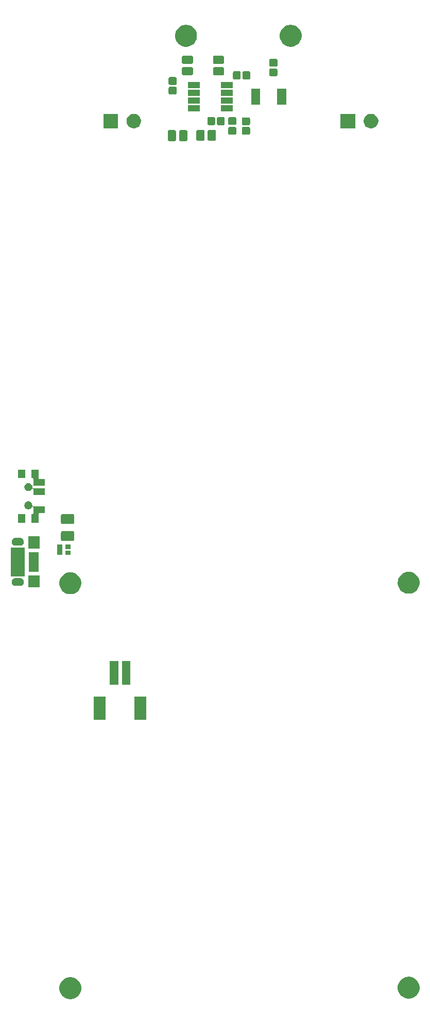
<source format=gbs>
G04 #@! TF.GenerationSoftware,KiCad,Pcbnew,(5.0.2-5)-5*
G04 #@! TF.CreationDate,2019-02-18T15:44:08-08:00*
G04 #@! TF.ProjectId,DC27-badge,44433237-2d62-4616-9467-652e6b696361,rev?*
G04 #@! TF.SameCoordinates,Original*
G04 #@! TF.FileFunction,Soldermask,Bot*
G04 #@! TF.FilePolarity,Negative*
%FSLAX46Y46*%
G04 Gerber Fmt 4.6, Leading zero omitted, Abs format (unit mm)*
G04 Created by KiCad (PCBNEW (5.0.2-5)-5) date Monday, February 18, 2019 at 03:44:08 PM*
%MOMM*%
%LPD*%
G01*
G04 APERTURE LIST*
%ADD10C,0.150000*%
G04 APERTURE END LIST*
D10*
G36*
X77979122Y-200046115D02*
X78095041Y-200069173D01*
X78422620Y-200204861D01*
X78713511Y-200399228D01*
X78717436Y-200401851D01*
X78968149Y-200652564D01*
X78968151Y-200652567D01*
X79111685Y-200867380D01*
X79165140Y-200947382D01*
X79300827Y-201274960D01*
X79370000Y-201622714D01*
X79370000Y-201977286D01*
X79300827Y-202325040D01*
X79165140Y-202652618D01*
X78968149Y-202947436D01*
X78717436Y-203198149D01*
X78717433Y-203198151D01*
X78422620Y-203395139D01*
X78095041Y-203530827D01*
X77979122Y-203553885D01*
X77747286Y-203600000D01*
X77392714Y-203600000D01*
X77160878Y-203553885D01*
X77044959Y-203530827D01*
X76717380Y-203395139D01*
X76422567Y-203198151D01*
X76422564Y-203198149D01*
X76171851Y-202947436D01*
X75974860Y-202652618D01*
X75839173Y-202325040D01*
X75770000Y-201977286D01*
X75770000Y-201622714D01*
X75839173Y-201274960D01*
X75974860Y-200947382D01*
X76028316Y-200867380D01*
X76171849Y-200652567D01*
X76171851Y-200652564D01*
X76422564Y-200401851D01*
X76426489Y-200399228D01*
X76717380Y-200204861D01*
X77044959Y-200069173D01*
X77160878Y-200046115D01*
X77392714Y-200000000D01*
X77747286Y-200000000D01*
X77979122Y-200046115D01*
X77979122Y-200046115D01*
G37*
G36*
X133619122Y-199966115D02*
X133735041Y-199989173D01*
X134062620Y-200124861D01*
X134182347Y-200204860D01*
X134357436Y-200321851D01*
X134608149Y-200572564D01*
X134608151Y-200572567D01*
X134805139Y-200867380D01*
X134940827Y-201194959D01*
X135010000Y-201542716D01*
X135010000Y-201897284D01*
X134940827Y-202245041D01*
X134805139Y-202572620D01*
X134610772Y-202863511D01*
X134608149Y-202867436D01*
X134357436Y-203118149D01*
X134357433Y-203118151D01*
X134062620Y-203315139D01*
X133735041Y-203450827D01*
X133619122Y-203473885D01*
X133387286Y-203520000D01*
X133032714Y-203520000D01*
X132800878Y-203473885D01*
X132684959Y-203450827D01*
X132357380Y-203315139D01*
X132062567Y-203118151D01*
X132062564Y-203118149D01*
X131811851Y-202867436D01*
X131809228Y-202863511D01*
X131614861Y-202572620D01*
X131479173Y-202245041D01*
X131410000Y-201897284D01*
X131410000Y-201542716D01*
X131479173Y-201194959D01*
X131614861Y-200867380D01*
X131811849Y-200572567D01*
X131811851Y-200572564D01*
X132062564Y-200321851D01*
X132237653Y-200204860D01*
X132357380Y-200124861D01*
X132684959Y-199989173D01*
X132800878Y-199966115D01*
X133032714Y-199920000D01*
X133387286Y-199920000D01*
X133619122Y-199966115D01*
X133619122Y-199966115D01*
G37*
G36*
X90050000Y-157700000D02*
X88150000Y-157700000D01*
X88150000Y-153900000D01*
X90050000Y-153900000D01*
X90050000Y-157700000D01*
X90050000Y-157700000D01*
G37*
G36*
X83350000Y-157700000D02*
X81450000Y-157700000D01*
X81450000Y-153900000D01*
X83350000Y-153900000D01*
X83350000Y-157700000D01*
X83350000Y-157700000D01*
G37*
G36*
X87450000Y-152000000D02*
X86050000Y-152000000D01*
X86050000Y-148100000D01*
X87450000Y-148100000D01*
X87450000Y-152000000D01*
X87450000Y-152000000D01*
G37*
G36*
X85450000Y-152000000D02*
X84050000Y-152000000D01*
X84050000Y-148100000D01*
X85450000Y-148100000D01*
X85450000Y-152000000D01*
X85450000Y-152000000D01*
G37*
G36*
X77979122Y-133546115D02*
X78095041Y-133569173D01*
X78422620Y-133704861D01*
X78713511Y-133899228D01*
X78717436Y-133901851D01*
X78968149Y-134152564D01*
X78968151Y-134152567D01*
X79165139Y-134447380D01*
X79285032Y-134736826D01*
X79300827Y-134774960D01*
X79370000Y-135122714D01*
X79370000Y-135477286D01*
X79325202Y-135702497D01*
X79315945Y-135749040D01*
X79300827Y-135825040D01*
X79165140Y-136152618D01*
X78968149Y-136447436D01*
X78717436Y-136698149D01*
X78717433Y-136698151D01*
X78422620Y-136895139D01*
X78095041Y-137030827D01*
X77979122Y-137053885D01*
X77747286Y-137100000D01*
X77392714Y-137100000D01*
X77160878Y-137053885D01*
X77044959Y-137030827D01*
X76717380Y-136895139D01*
X76422567Y-136698151D01*
X76422564Y-136698149D01*
X76171851Y-136447436D01*
X75974860Y-136152618D01*
X75839173Y-135825040D01*
X75824056Y-135749040D01*
X75814798Y-135702497D01*
X75770000Y-135477286D01*
X75770000Y-135122714D01*
X75839173Y-134774960D01*
X75854969Y-134736826D01*
X75974861Y-134447380D01*
X76171849Y-134152567D01*
X76171851Y-134152564D01*
X76422564Y-133901851D01*
X76426489Y-133899228D01*
X76717380Y-133704861D01*
X77044959Y-133569173D01*
X77160878Y-133546115D01*
X77392714Y-133500000D01*
X77747286Y-133500000D01*
X77979122Y-133546115D01*
X77979122Y-133546115D01*
G37*
G36*
X133619122Y-133466115D02*
X133735041Y-133489173D01*
X134062620Y-133624861D01*
X134182347Y-133704860D01*
X134357436Y-133821851D01*
X134608149Y-134072564D01*
X134608151Y-134072567D01*
X134805139Y-134367380D01*
X134917199Y-134637915D01*
X134940827Y-134694960D01*
X134995958Y-134972119D01*
X135010000Y-135042716D01*
X135010000Y-135397284D01*
X134940827Y-135745041D01*
X134805139Y-136072620D01*
X134610772Y-136363511D01*
X134608149Y-136367436D01*
X134357436Y-136618149D01*
X134357433Y-136618151D01*
X134062620Y-136815139D01*
X133735041Y-136950827D01*
X133619122Y-136973885D01*
X133387286Y-137020000D01*
X133032714Y-137020000D01*
X132800878Y-136973885D01*
X132684959Y-136950827D01*
X132357380Y-136815139D01*
X132062567Y-136618151D01*
X132062564Y-136618149D01*
X131811851Y-136367436D01*
X131809228Y-136363511D01*
X131614861Y-136072620D01*
X131479173Y-135745041D01*
X131410000Y-135397284D01*
X131410000Y-135042716D01*
X131424043Y-134972119D01*
X131479173Y-134694960D01*
X131502802Y-134637915D01*
X131614861Y-134367380D01*
X131811849Y-134072567D01*
X131811851Y-134072564D01*
X132062564Y-133821851D01*
X132237653Y-133704860D01*
X132357380Y-133624861D01*
X132684959Y-133489173D01*
X132800878Y-133466115D01*
X133032714Y-133420000D01*
X133387286Y-133420000D01*
X133619122Y-133466115D01*
X133619122Y-133466115D01*
G37*
G36*
X72499770Y-135996690D02*
X70700230Y-135996690D01*
X70700230Y-133999030D01*
X72499770Y-133999030D01*
X72499770Y-135996690D01*
X72499770Y-135996690D01*
G37*
G36*
X69393417Y-134457936D02*
X69407051Y-134459279D01*
X69447865Y-134471660D01*
X69529496Y-134496423D01*
X69642343Y-134556741D01*
X69741255Y-134637915D01*
X69822429Y-134736827D01*
X69882747Y-134849674D01*
X69919891Y-134972120D01*
X69932433Y-135099460D01*
X69922911Y-135196135D01*
X69919891Y-135226801D01*
X69907510Y-135267615D01*
X69882747Y-135349246D01*
X69822429Y-135462093D01*
X69741255Y-135561005D01*
X69642343Y-135642179D01*
X69529496Y-135702497D01*
X69447865Y-135727260D01*
X69407051Y-135739641D01*
X69393417Y-135740984D01*
X69311621Y-135749040D01*
X68549299Y-135749040D01*
X68467503Y-135740984D01*
X68453869Y-135739641D01*
X68413055Y-135727260D01*
X68331424Y-135702497D01*
X68218577Y-135642179D01*
X68119665Y-135561005D01*
X68038491Y-135462093D01*
X67978173Y-135349246D01*
X67953410Y-135267615D01*
X67941029Y-135226801D01*
X67938009Y-135196135D01*
X67928487Y-135099460D01*
X67941029Y-134972120D01*
X67978173Y-134849674D01*
X68038491Y-134736827D01*
X68119665Y-134637915D01*
X68218577Y-134556741D01*
X68331424Y-134496423D01*
X68413055Y-134471660D01*
X68453869Y-134459279D01*
X68467503Y-134457936D01*
X68549299Y-134449880D01*
X69311621Y-134449880D01*
X69393417Y-134457936D01*
X69393417Y-134457936D01*
G37*
G36*
X70075339Y-131723920D02*
X70075341Y-131723940D01*
X70075341Y-134148840D01*
X67775421Y-134148840D01*
X67775421Y-131876080D01*
X67775419Y-131876060D01*
X67775419Y-129451160D01*
X70075339Y-129451160D01*
X70075339Y-131723920D01*
X70075339Y-131723920D01*
G37*
G36*
X72401370Y-133424329D02*
X70798630Y-133424329D01*
X70798630Y-130175670D01*
X72401370Y-130175670D01*
X72401370Y-133424329D01*
X72401370Y-133424329D01*
G37*
G36*
X76235000Y-130660000D02*
X75385000Y-130660000D01*
X75385000Y-128960000D01*
X76235000Y-128960000D01*
X76235000Y-130660000D01*
X76235000Y-130660000D01*
G37*
G36*
X77635000Y-130660000D02*
X76785000Y-130660000D01*
X76785000Y-129960000D01*
X77635000Y-129960000D01*
X77635000Y-130660000D01*
X77635000Y-130660000D01*
G37*
G36*
X77635000Y-129660000D02*
X76785000Y-129660000D01*
X76785000Y-128960000D01*
X77635000Y-128960000D01*
X77635000Y-129660000D01*
X77635000Y-129660000D01*
G37*
G36*
X72499770Y-129600970D02*
X70700230Y-129600970D01*
X70700230Y-127603310D01*
X72499770Y-127603310D01*
X72499770Y-129600970D01*
X72499770Y-129600970D01*
G37*
G36*
X69393417Y-127859016D02*
X69407051Y-127860359D01*
X69447865Y-127872740D01*
X69529496Y-127897503D01*
X69642343Y-127957821D01*
X69741255Y-128038995D01*
X69822429Y-128137907D01*
X69882747Y-128250754D01*
X69906600Y-128329385D01*
X69916019Y-128360434D01*
X69919891Y-128373200D01*
X69932433Y-128500540D01*
X69919891Y-128627880D01*
X69882747Y-128750326D01*
X69822429Y-128863173D01*
X69741255Y-128962085D01*
X69642343Y-129043259D01*
X69529496Y-129103577D01*
X69447865Y-129128340D01*
X69407051Y-129140721D01*
X69393417Y-129142064D01*
X69311621Y-129150120D01*
X68549299Y-129150120D01*
X68467503Y-129142064D01*
X68453869Y-129140721D01*
X68413055Y-129128340D01*
X68331424Y-129103577D01*
X68218577Y-129043259D01*
X68119665Y-128962085D01*
X68038491Y-128863173D01*
X67978173Y-128750326D01*
X67941029Y-128627880D01*
X67928487Y-128500540D01*
X67941029Y-128373200D01*
X67944902Y-128360434D01*
X67954320Y-128329385D01*
X67978173Y-128250754D01*
X68038491Y-128137907D01*
X68119665Y-128038995D01*
X68218577Y-127957821D01*
X68331424Y-127897503D01*
X68413055Y-127872740D01*
X68453869Y-127860359D01*
X68467503Y-127859016D01*
X68549299Y-127850960D01*
X69311621Y-127850960D01*
X69393417Y-127859016D01*
X69393417Y-127859016D01*
G37*
G36*
X77989628Y-126740493D02*
X78037354Y-126754970D01*
X78081336Y-126778479D01*
X78119885Y-126810115D01*
X78151521Y-126848664D01*
X78175030Y-126892646D01*
X78189507Y-126940372D01*
X78195000Y-126996141D01*
X78195000Y-128123859D01*
X78189507Y-128179628D01*
X78175030Y-128227354D01*
X78151521Y-128271336D01*
X78119885Y-128309885D01*
X78081336Y-128341521D01*
X78037354Y-128365030D01*
X77989628Y-128379507D01*
X77933859Y-128385000D01*
X76306141Y-128385000D01*
X76250372Y-128379507D01*
X76202646Y-128365030D01*
X76158664Y-128341521D01*
X76120115Y-128309885D01*
X76088479Y-128271336D01*
X76064970Y-128227354D01*
X76050493Y-128179628D01*
X76045000Y-128123859D01*
X76045000Y-126996141D01*
X76050493Y-126940372D01*
X76064970Y-126892646D01*
X76088479Y-126848664D01*
X76120115Y-126810115D01*
X76158664Y-126778479D01*
X76202646Y-126754970D01*
X76250372Y-126740493D01*
X76306141Y-126735000D01*
X77933859Y-126735000D01*
X77989628Y-126740493D01*
X77989628Y-126740493D01*
G37*
G36*
X77989628Y-123940493D02*
X78037354Y-123954970D01*
X78081336Y-123978479D01*
X78119885Y-124010115D01*
X78151521Y-124048664D01*
X78175030Y-124092646D01*
X78189507Y-124140372D01*
X78195000Y-124196141D01*
X78195000Y-125323859D01*
X78189507Y-125379628D01*
X78175030Y-125427354D01*
X78151521Y-125471336D01*
X78119885Y-125509885D01*
X78081336Y-125541521D01*
X78037354Y-125565030D01*
X77989628Y-125579507D01*
X77933859Y-125585000D01*
X76306141Y-125585000D01*
X76250372Y-125579507D01*
X76202646Y-125565030D01*
X76158664Y-125541521D01*
X76120115Y-125509885D01*
X76088479Y-125471336D01*
X76064970Y-125427354D01*
X76050493Y-125379628D01*
X76045000Y-125323859D01*
X76045000Y-124196141D01*
X76050493Y-124140372D01*
X76064970Y-124092646D01*
X76088479Y-124048664D01*
X76120115Y-124010115D01*
X76158664Y-123978479D01*
X76202646Y-123954970D01*
X76250372Y-123940493D01*
X76306141Y-123935000D01*
X77933859Y-123935000D01*
X77989628Y-123940493D01*
X77989628Y-123940493D01*
G37*
G36*
X70170000Y-125350000D02*
X68970000Y-125350000D01*
X68970000Y-123950000D01*
X70170000Y-123950000D01*
X70170000Y-125350000D01*
X70170000Y-125350000D01*
G37*
G36*
X70817738Y-121866653D02*
X70859598Y-121874979D01*
X70894245Y-121889330D01*
X70977890Y-121923977D01*
X71084354Y-121995114D01*
X71174886Y-122085646D01*
X71246023Y-122192110D01*
X71295021Y-122310403D01*
X71320000Y-122435979D01*
X71320000Y-122575000D01*
X71322402Y-122599386D01*
X71329515Y-122622835D01*
X71341066Y-122644446D01*
X71356612Y-122663388D01*
X71375554Y-122678934D01*
X71397165Y-122690485D01*
X71420614Y-122697598D01*
X71445000Y-122700000D01*
X73380000Y-122700000D01*
X73380000Y-123800000D01*
X72505000Y-123800000D01*
X72480614Y-123802402D01*
X72457165Y-123809515D01*
X72435554Y-123821066D01*
X72416612Y-123836612D01*
X72401066Y-123855554D01*
X72389515Y-123877165D01*
X72382402Y-123900614D01*
X72380000Y-123925000D01*
X72380000Y-125350000D01*
X71180000Y-125350000D01*
X71180000Y-123950000D01*
X71355000Y-123950000D01*
X71379386Y-123947598D01*
X71402835Y-123940485D01*
X71424446Y-123928934D01*
X71443388Y-123913388D01*
X71458934Y-123894446D01*
X71470485Y-123872835D01*
X71477598Y-123849386D01*
X71480000Y-123825000D01*
X71480000Y-122869788D01*
X71477598Y-122845402D01*
X71470485Y-122821953D01*
X71458934Y-122800342D01*
X71443388Y-122781400D01*
X71424446Y-122765854D01*
X71402835Y-122754303D01*
X71379386Y-122747190D01*
X71355000Y-122744788D01*
X71330614Y-122747190D01*
X71307165Y-122754303D01*
X71285554Y-122765854D01*
X71266612Y-122781400D01*
X71251066Y-122800342D01*
X71174886Y-122914354D01*
X71084354Y-123004886D01*
X70977890Y-123076023D01*
X70894245Y-123110670D01*
X70859598Y-123125021D01*
X70817738Y-123133347D01*
X70734021Y-123150000D01*
X70605979Y-123150000D01*
X70522262Y-123133347D01*
X70480402Y-123125021D01*
X70445755Y-123110670D01*
X70362110Y-123076023D01*
X70255646Y-123004886D01*
X70165114Y-122914354D01*
X70093977Y-122807890D01*
X70048293Y-122697598D01*
X70044979Y-122689598D01*
X70020000Y-122564019D01*
X70020000Y-122435981D01*
X70044979Y-122310402D01*
X70059330Y-122275755D01*
X70093977Y-122192110D01*
X70165114Y-122085646D01*
X70255646Y-121995114D01*
X70362110Y-121923977D01*
X70445755Y-121889330D01*
X70480402Y-121874979D01*
X70522262Y-121866653D01*
X70605979Y-121850000D01*
X70734021Y-121850000D01*
X70817738Y-121866653D01*
X70817738Y-121866653D01*
G37*
G36*
X72380000Y-118075000D02*
X72382402Y-118099386D01*
X72389515Y-118122835D01*
X72401066Y-118144446D01*
X72416612Y-118163388D01*
X72435554Y-118178934D01*
X72457165Y-118190485D01*
X72480614Y-118197598D01*
X72505000Y-118200000D01*
X73380000Y-118200000D01*
X73380000Y-119300000D01*
X71445000Y-119300000D01*
X71420614Y-119302402D01*
X71397165Y-119309515D01*
X71375554Y-119321066D01*
X71356612Y-119336612D01*
X71341066Y-119355554D01*
X71329515Y-119377165D01*
X71322402Y-119400614D01*
X71320000Y-119425000D01*
X71320000Y-119575000D01*
X71322402Y-119599386D01*
X71329515Y-119622835D01*
X71341066Y-119644446D01*
X71356612Y-119663388D01*
X71375554Y-119678934D01*
X71397165Y-119690485D01*
X71420614Y-119697598D01*
X71445000Y-119700000D01*
X73380000Y-119700000D01*
X73380000Y-120800000D01*
X71480000Y-120800000D01*
X71480000Y-119869788D01*
X71477598Y-119845402D01*
X71470485Y-119821953D01*
X71458934Y-119800342D01*
X71443388Y-119781400D01*
X71424446Y-119765854D01*
X71402835Y-119754303D01*
X71379386Y-119747190D01*
X71355000Y-119744788D01*
X71330614Y-119747190D01*
X71307165Y-119754303D01*
X71285554Y-119765854D01*
X71266612Y-119781400D01*
X71251066Y-119800342D01*
X71174886Y-119914354D01*
X71084354Y-120004886D01*
X70977890Y-120076023D01*
X70894245Y-120110670D01*
X70859598Y-120125021D01*
X70817738Y-120133347D01*
X70734021Y-120150000D01*
X70605979Y-120150000D01*
X70522262Y-120133347D01*
X70480402Y-120125021D01*
X70445755Y-120110670D01*
X70362110Y-120076023D01*
X70255646Y-120004886D01*
X70165114Y-119914354D01*
X70093977Y-119807890D01*
X70048293Y-119697598D01*
X70044979Y-119689598D01*
X70020000Y-119564019D01*
X70020000Y-119435981D01*
X70044979Y-119310402D01*
X70071781Y-119245697D01*
X70093977Y-119192110D01*
X70165114Y-119085646D01*
X70255646Y-118995114D01*
X70362110Y-118923977D01*
X70445755Y-118889330D01*
X70480402Y-118874979D01*
X70522262Y-118866653D01*
X70605979Y-118850000D01*
X70734021Y-118850000D01*
X70817738Y-118866653D01*
X70859598Y-118874979D01*
X70894245Y-118889330D01*
X70977890Y-118923977D01*
X71084354Y-118995114D01*
X71174886Y-119085646D01*
X71251066Y-119199658D01*
X71266611Y-119218600D01*
X71285553Y-119234145D01*
X71307164Y-119245697D01*
X71330613Y-119252810D01*
X71355000Y-119255212D01*
X71379386Y-119252810D01*
X71402835Y-119245697D01*
X71424446Y-119234146D01*
X71443388Y-119218601D01*
X71458933Y-119199659D01*
X71470485Y-119178048D01*
X71477598Y-119154599D01*
X71480000Y-119130212D01*
X71480000Y-118175000D01*
X71477598Y-118150614D01*
X71470485Y-118127165D01*
X71458934Y-118105554D01*
X71443388Y-118086612D01*
X71424446Y-118071066D01*
X71402835Y-118059515D01*
X71379386Y-118052402D01*
X71355000Y-118050000D01*
X71180000Y-118050000D01*
X71180000Y-116650000D01*
X72380000Y-116650000D01*
X72380000Y-118075000D01*
X72380000Y-118075000D01*
G37*
G36*
X70170000Y-118050000D02*
X68970000Y-118050000D01*
X68970000Y-116650000D01*
X70170000Y-116650000D01*
X70170000Y-118050000D01*
X70170000Y-118050000D01*
G37*
G36*
X94723497Y-60905997D02*
X94776153Y-60921970D01*
X94824665Y-60947900D01*
X94867196Y-60982804D01*
X94902100Y-61025335D01*
X94928030Y-61073847D01*
X94944003Y-61126503D01*
X94950000Y-61187390D01*
X94950000Y-62412610D01*
X94944003Y-62473497D01*
X94928030Y-62526153D01*
X94902100Y-62574665D01*
X94867196Y-62617196D01*
X94824665Y-62652100D01*
X94776153Y-62678030D01*
X94723497Y-62694003D01*
X94662610Y-62700000D01*
X93862390Y-62700000D01*
X93801503Y-62694003D01*
X93748847Y-62678030D01*
X93700335Y-62652100D01*
X93657804Y-62617196D01*
X93622900Y-62574665D01*
X93596970Y-62526153D01*
X93580997Y-62473497D01*
X93575000Y-62412610D01*
X93575000Y-61187390D01*
X93580997Y-61126503D01*
X93596970Y-61073847D01*
X93622900Y-61025335D01*
X93657804Y-60982804D01*
X93700335Y-60947900D01*
X93748847Y-60921970D01*
X93801503Y-60905997D01*
X93862390Y-60900000D01*
X94662610Y-60900000D01*
X94723497Y-60905997D01*
X94723497Y-60905997D01*
G37*
G36*
X96598497Y-60905997D02*
X96651153Y-60921970D01*
X96699665Y-60947900D01*
X96742196Y-60982804D01*
X96777100Y-61025335D01*
X96803030Y-61073847D01*
X96819003Y-61126503D01*
X96825000Y-61187390D01*
X96825000Y-62412610D01*
X96819003Y-62473497D01*
X96803030Y-62526153D01*
X96777100Y-62574665D01*
X96742196Y-62617196D01*
X96699665Y-62652100D01*
X96651153Y-62678030D01*
X96598497Y-62694003D01*
X96537610Y-62700000D01*
X95737390Y-62700000D01*
X95676503Y-62694003D01*
X95623847Y-62678030D01*
X95575335Y-62652100D01*
X95532804Y-62617196D01*
X95497900Y-62574665D01*
X95471970Y-62526153D01*
X95455997Y-62473497D01*
X95450000Y-62412610D01*
X95450000Y-61187390D01*
X95455997Y-61126503D01*
X95471970Y-61073847D01*
X95497900Y-61025335D01*
X95532804Y-60982804D01*
X95575335Y-60947900D01*
X95623847Y-60921970D01*
X95676503Y-60905997D01*
X95737390Y-60900000D01*
X96537610Y-60900000D01*
X96598497Y-60905997D01*
X96598497Y-60905997D01*
G37*
G36*
X101298497Y-60855997D02*
X101351153Y-60871970D01*
X101399665Y-60897900D01*
X101442196Y-60932804D01*
X101477100Y-60975335D01*
X101503030Y-61023847D01*
X101519003Y-61076503D01*
X101525000Y-61137390D01*
X101525000Y-62362610D01*
X101519003Y-62423497D01*
X101503030Y-62476153D01*
X101477100Y-62524665D01*
X101442196Y-62567196D01*
X101399665Y-62602100D01*
X101351153Y-62628030D01*
X101298497Y-62644003D01*
X101237610Y-62650000D01*
X100437390Y-62650000D01*
X100376503Y-62644003D01*
X100323847Y-62628030D01*
X100275335Y-62602100D01*
X100232804Y-62567196D01*
X100197900Y-62524665D01*
X100171970Y-62476153D01*
X100155997Y-62423497D01*
X100150000Y-62362610D01*
X100150000Y-61137390D01*
X100155997Y-61076503D01*
X100171970Y-61023847D01*
X100197900Y-60975335D01*
X100232804Y-60932804D01*
X100275335Y-60897900D01*
X100323847Y-60871970D01*
X100376503Y-60855997D01*
X100437390Y-60850000D01*
X101237610Y-60850000D01*
X101298497Y-60855997D01*
X101298497Y-60855997D01*
G37*
G36*
X99423497Y-60855997D02*
X99476153Y-60871970D01*
X99524665Y-60897900D01*
X99567196Y-60932804D01*
X99602100Y-60975335D01*
X99628030Y-61023847D01*
X99644003Y-61076503D01*
X99650000Y-61137390D01*
X99650000Y-62362610D01*
X99644003Y-62423497D01*
X99628030Y-62476153D01*
X99602100Y-62524665D01*
X99567196Y-62567196D01*
X99524665Y-62602100D01*
X99476153Y-62628030D01*
X99423497Y-62644003D01*
X99362610Y-62650000D01*
X98562390Y-62650000D01*
X98501503Y-62644003D01*
X98448847Y-62628030D01*
X98400335Y-62602100D01*
X98357804Y-62567196D01*
X98322900Y-62524665D01*
X98296970Y-62476153D01*
X98280997Y-62423497D01*
X98275000Y-62362610D01*
X98275000Y-61137390D01*
X98280997Y-61076503D01*
X98296970Y-61023847D01*
X98322900Y-60975335D01*
X98357804Y-60932804D01*
X98400335Y-60897900D01*
X98448847Y-60871970D01*
X98501503Y-60855997D01*
X98562390Y-60850000D01*
X99362610Y-60850000D01*
X99423497Y-60855997D01*
X99423497Y-60855997D01*
G37*
G36*
X106918622Y-60378017D02*
X106966585Y-60392566D01*
X107010775Y-60416186D01*
X107049518Y-60447982D01*
X107081314Y-60486725D01*
X107104934Y-60530915D01*
X107119483Y-60578878D01*
X107125000Y-60634891D01*
X107125000Y-61385109D01*
X107119483Y-61441122D01*
X107104934Y-61489085D01*
X107081314Y-61533275D01*
X107049518Y-61572018D01*
X107010775Y-61603814D01*
X106966585Y-61627434D01*
X106918622Y-61641983D01*
X106862609Y-61647500D01*
X106037391Y-61647500D01*
X105981378Y-61641983D01*
X105933415Y-61627434D01*
X105889225Y-61603814D01*
X105850482Y-61572018D01*
X105818686Y-61533275D01*
X105795066Y-61489085D01*
X105780517Y-61441122D01*
X105775000Y-61385109D01*
X105775000Y-60634891D01*
X105780517Y-60578878D01*
X105795066Y-60530915D01*
X105818686Y-60486725D01*
X105850482Y-60447982D01*
X105889225Y-60416186D01*
X105933415Y-60392566D01*
X105981378Y-60378017D01*
X106037391Y-60372500D01*
X106862609Y-60372500D01*
X106918622Y-60378017D01*
X106918622Y-60378017D01*
G37*
G36*
X104668622Y-60368017D02*
X104716585Y-60382566D01*
X104760775Y-60406186D01*
X104799518Y-60437982D01*
X104831314Y-60476725D01*
X104854934Y-60520915D01*
X104869483Y-60568878D01*
X104875000Y-60624891D01*
X104875000Y-61375109D01*
X104869483Y-61431122D01*
X104854934Y-61479085D01*
X104831314Y-61523275D01*
X104799518Y-61562018D01*
X104760775Y-61593814D01*
X104716585Y-61617434D01*
X104668622Y-61631983D01*
X104612609Y-61637500D01*
X103787391Y-61637500D01*
X103731378Y-61631983D01*
X103683415Y-61617434D01*
X103639225Y-61593814D01*
X103600482Y-61562018D01*
X103568686Y-61523275D01*
X103545066Y-61479085D01*
X103530517Y-61431122D01*
X103525000Y-61375109D01*
X103525000Y-60624891D01*
X103530517Y-60568878D01*
X103545066Y-60520915D01*
X103568686Y-60476725D01*
X103600482Y-60437982D01*
X103639225Y-60406186D01*
X103683415Y-60382566D01*
X103731378Y-60368017D01*
X103787391Y-60362500D01*
X104612609Y-60362500D01*
X104668622Y-60368017D01*
X104668622Y-60368017D01*
G37*
G36*
X88359876Y-58246605D02*
X88578172Y-58337026D01*
X88774633Y-58468297D01*
X88941703Y-58635367D01*
X89072974Y-58831828D01*
X89163395Y-59050124D01*
X89209490Y-59281859D01*
X89209490Y-59518141D01*
X89163395Y-59749876D01*
X89072974Y-59968172D01*
X88941703Y-60164633D01*
X88774633Y-60331703D01*
X88578172Y-60462974D01*
X88359876Y-60553395D01*
X88128141Y-60599490D01*
X87891859Y-60599490D01*
X87660124Y-60553395D01*
X87441828Y-60462974D01*
X87245367Y-60331703D01*
X87078297Y-60164633D01*
X86947026Y-59968172D01*
X86856605Y-59749876D01*
X86810510Y-59518141D01*
X86810510Y-59281859D01*
X86856605Y-59050124D01*
X86947026Y-58831828D01*
X87078297Y-58635367D01*
X87245367Y-58468297D01*
X87441828Y-58337026D01*
X87660124Y-58246605D01*
X87891859Y-58200510D01*
X88128141Y-58200510D01*
X88359876Y-58246605D01*
X88359876Y-58246605D01*
G37*
G36*
X85399490Y-60599490D02*
X83000510Y-60599490D01*
X83000510Y-58200510D01*
X85399490Y-58200510D01*
X85399490Y-60599490D01*
X85399490Y-60599490D01*
G37*
G36*
X127359876Y-58246605D02*
X127578172Y-58337026D01*
X127774633Y-58468297D01*
X127941703Y-58635367D01*
X128072974Y-58831828D01*
X128163395Y-59050124D01*
X128209490Y-59281859D01*
X128209490Y-59518141D01*
X128163395Y-59749876D01*
X128072974Y-59968172D01*
X127941703Y-60164633D01*
X127774633Y-60331703D01*
X127578172Y-60462974D01*
X127359876Y-60553395D01*
X127128141Y-60599490D01*
X126891859Y-60599490D01*
X126660124Y-60553395D01*
X126441828Y-60462974D01*
X126245367Y-60331703D01*
X126078297Y-60164633D01*
X125947026Y-59968172D01*
X125856605Y-59749876D01*
X125810510Y-59518141D01*
X125810510Y-59281859D01*
X125856605Y-59050124D01*
X125947026Y-58831828D01*
X126078297Y-58635367D01*
X126245367Y-58468297D01*
X126441828Y-58337026D01*
X126660124Y-58246605D01*
X126891859Y-58200510D01*
X127128141Y-58200510D01*
X127359876Y-58246605D01*
X127359876Y-58246605D01*
G37*
G36*
X124399490Y-60599490D02*
X122000510Y-60599490D01*
X122000510Y-58200510D01*
X124399490Y-58200510D01*
X124399490Y-60599490D01*
X124399490Y-60599490D01*
G37*
G36*
X101181122Y-58730517D02*
X101229085Y-58745066D01*
X101273275Y-58768686D01*
X101312018Y-58800482D01*
X101343814Y-58839225D01*
X101367434Y-58883415D01*
X101381983Y-58931378D01*
X101387500Y-58987391D01*
X101387500Y-59812609D01*
X101381983Y-59868622D01*
X101367434Y-59916585D01*
X101343814Y-59960775D01*
X101312018Y-59999518D01*
X101273275Y-60031314D01*
X101229085Y-60054934D01*
X101181122Y-60069483D01*
X101125109Y-60075000D01*
X100374891Y-60075000D01*
X100318878Y-60069483D01*
X100270915Y-60054934D01*
X100226725Y-60031314D01*
X100187982Y-59999518D01*
X100156186Y-59960775D01*
X100132566Y-59916585D01*
X100118017Y-59868622D01*
X100112500Y-59812609D01*
X100112500Y-58987391D01*
X100118017Y-58931378D01*
X100132566Y-58883415D01*
X100156186Y-58839225D01*
X100187982Y-58800482D01*
X100226725Y-58768686D01*
X100270915Y-58745066D01*
X100318878Y-58730517D01*
X100374891Y-58725000D01*
X101125109Y-58725000D01*
X101181122Y-58730517D01*
X101181122Y-58730517D01*
G37*
G36*
X102756122Y-58730517D02*
X102804085Y-58745066D01*
X102848275Y-58768686D01*
X102887018Y-58800482D01*
X102918814Y-58839225D01*
X102942434Y-58883415D01*
X102956983Y-58931378D01*
X102962500Y-58987391D01*
X102962500Y-59812609D01*
X102956983Y-59868622D01*
X102942434Y-59916585D01*
X102918814Y-59960775D01*
X102887018Y-59999518D01*
X102848275Y-60031314D01*
X102804085Y-60054934D01*
X102756122Y-60069483D01*
X102700109Y-60075000D01*
X101949891Y-60075000D01*
X101893878Y-60069483D01*
X101845915Y-60054934D01*
X101801725Y-60031314D01*
X101762982Y-59999518D01*
X101731186Y-59960775D01*
X101707566Y-59916585D01*
X101693017Y-59868622D01*
X101687500Y-59812609D01*
X101687500Y-58987391D01*
X101693017Y-58931378D01*
X101707566Y-58883415D01*
X101731186Y-58839225D01*
X101762982Y-58800482D01*
X101801725Y-58768686D01*
X101845915Y-58745066D01*
X101893878Y-58730517D01*
X101949891Y-58725000D01*
X102700109Y-58725000D01*
X102756122Y-58730517D01*
X102756122Y-58730517D01*
G37*
G36*
X106918622Y-58803017D02*
X106966585Y-58817566D01*
X107010775Y-58841186D01*
X107049518Y-58872982D01*
X107081314Y-58911725D01*
X107104934Y-58955915D01*
X107119483Y-59003878D01*
X107125000Y-59059891D01*
X107125000Y-59810109D01*
X107119483Y-59866122D01*
X107104934Y-59914085D01*
X107081314Y-59958275D01*
X107049518Y-59997018D01*
X107010775Y-60028814D01*
X106966585Y-60052434D01*
X106918622Y-60066983D01*
X106862609Y-60072500D01*
X106037391Y-60072500D01*
X105981378Y-60066983D01*
X105933415Y-60052434D01*
X105889225Y-60028814D01*
X105850482Y-59997018D01*
X105818686Y-59958275D01*
X105795066Y-59914085D01*
X105780517Y-59866122D01*
X105775000Y-59810109D01*
X105775000Y-59059891D01*
X105780517Y-59003878D01*
X105795066Y-58955915D01*
X105818686Y-58911725D01*
X105850482Y-58872982D01*
X105889225Y-58841186D01*
X105933415Y-58817566D01*
X105981378Y-58803017D01*
X106037391Y-58797500D01*
X106862609Y-58797500D01*
X106918622Y-58803017D01*
X106918622Y-58803017D01*
G37*
G36*
X104668622Y-58793017D02*
X104716585Y-58807566D01*
X104760775Y-58831186D01*
X104799518Y-58862982D01*
X104831314Y-58901725D01*
X104854934Y-58945915D01*
X104869483Y-58993878D01*
X104875000Y-59049891D01*
X104875000Y-59800109D01*
X104869483Y-59856122D01*
X104854934Y-59904085D01*
X104831314Y-59948275D01*
X104799518Y-59987018D01*
X104760775Y-60018814D01*
X104716585Y-60042434D01*
X104668622Y-60056983D01*
X104612609Y-60062500D01*
X103787391Y-60062500D01*
X103731378Y-60056983D01*
X103683415Y-60042434D01*
X103639225Y-60018814D01*
X103600482Y-59987018D01*
X103568686Y-59948275D01*
X103545066Y-59904085D01*
X103530517Y-59856122D01*
X103525000Y-59800109D01*
X103525000Y-59049891D01*
X103530517Y-58993878D01*
X103545066Y-58945915D01*
X103568686Y-58901725D01*
X103600482Y-58862982D01*
X103639225Y-58831186D01*
X103683415Y-58807566D01*
X103731378Y-58793017D01*
X103787391Y-58787500D01*
X104612609Y-58787500D01*
X104668622Y-58793017D01*
X104668622Y-58793017D01*
G37*
G36*
X104275000Y-57805000D02*
X102325000Y-57805000D01*
X102325000Y-56805000D01*
X104275000Y-56805000D01*
X104275000Y-57805000D01*
X104275000Y-57805000D01*
G37*
G36*
X98875000Y-57805000D02*
X96925000Y-57805000D01*
X96925000Y-56805000D01*
X98875000Y-56805000D01*
X98875000Y-57805000D01*
X98875000Y-57805000D01*
G37*
G36*
X108800000Y-56725000D02*
X107300000Y-56725000D01*
X107300000Y-54075000D01*
X108800000Y-54075000D01*
X108800000Y-56725000D01*
X108800000Y-56725000D01*
G37*
G36*
X113100000Y-56725000D02*
X111600000Y-56725000D01*
X111600000Y-54075000D01*
X113100000Y-54075000D01*
X113100000Y-56725000D01*
X113100000Y-56725000D01*
G37*
G36*
X104275000Y-56535000D02*
X102325000Y-56535000D01*
X102325000Y-55535000D01*
X104275000Y-55535000D01*
X104275000Y-56535000D01*
X104275000Y-56535000D01*
G37*
G36*
X98875000Y-56535000D02*
X96925000Y-56535000D01*
X96925000Y-55535000D01*
X98875000Y-55535000D01*
X98875000Y-56535000D01*
X98875000Y-56535000D01*
G37*
G36*
X104275000Y-55265000D02*
X102325000Y-55265000D01*
X102325000Y-54265000D01*
X104275000Y-54265000D01*
X104275000Y-55265000D01*
X104275000Y-55265000D01*
G37*
G36*
X98875000Y-55265000D02*
X96925000Y-55265000D01*
X96925000Y-54265000D01*
X98875000Y-54265000D01*
X98875000Y-55265000D01*
X98875000Y-55265000D01*
G37*
G36*
X94868622Y-53768017D02*
X94916585Y-53782566D01*
X94960775Y-53806186D01*
X94999518Y-53837982D01*
X95031314Y-53876725D01*
X95054934Y-53920915D01*
X95069483Y-53968878D01*
X95075000Y-54024891D01*
X95075000Y-54775109D01*
X95069483Y-54831122D01*
X95054934Y-54879085D01*
X95031314Y-54923275D01*
X94999518Y-54962018D01*
X94960775Y-54993814D01*
X94916585Y-55017434D01*
X94868622Y-55031983D01*
X94812609Y-55037500D01*
X93987391Y-55037500D01*
X93931378Y-55031983D01*
X93883415Y-55017434D01*
X93839225Y-54993814D01*
X93800482Y-54962018D01*
X93768686Y-54923275D01*
X93745066Y-54879085D01*
X93730517Y-54831122D01*
X93725000Y-54775109D01*
X93725000Y-54024891D01*
X93730517Y-53968878D01*
X93745066Y-53920915D01*
X93768686Y-53876725D01*
X93800482Y-53837982D01*
X93839225Y-53806186D01*
X93883415Y-53782566D01*
X93931378Y-53768017D01*
X93987391Y-53762500D01*
X94812609Y-53762500D01*
X94868622Y-53768017D01*
X94868622Y-53768017D01*
G37*
G36*
X104275000Y-53995000D02*
X102325000Y-53995000D01*
X102325000Y-52995000D01*
X104275000Y-52995000D01*
X104275000Y-53995000D01*
X104275000Y-53995000D01*
G37*
G36*
X98875000Y-53995000D02*
X96925000Y-53995000D01*
X96925000Y-52995000D01*
X98875000Y-52995000D01*
X98875000Y-53995000D01*
X98875000Y-53995000D01*
G37*
G36*
X94868622Y-52193017D02*
X94916585Y-52207566D01*
X94960775Y-52231186D01*
X94999518Y-52262982D01*
X95031314Y-52301725D01*
X95054934Y-52345915D01*
X95069483Y-52393878D01*
X95075000Y-52449891D01*
X95075000Y-53200109D01*
X95069483Y-53256122D01*
X95054934Y-53304085D01*
X95031314Y-53348275D01*
X94999518Y-53387018D01*
X94960775Y-53418814D01*
X94916585Y-53442434D01*
X94868622Y-53456983D01*
X94812609Y-53462500D01*
X93987391Y-53462500D01*
X93931378Y-53456983D01*
X93883415Y-53442434D01*
X93839225Y-53418814D01*
X93800482Y-53387018D01*
X93768686Y-53348275D01*
X93745066Y-53304085D01*
X93730517Y-53256122D01*
X93725000Y-53200109D01*
X93725000Y-52449891D01*
X93730517Y-52393878D01*
X93745066Y-52345915D01*
X93768686Y-52301725D01*
X93800482Y-52262982D01*
X93839225Y-52231186D01*
X93883415Y-52207566D01*
X93931378Y-52193017D01*
X93987391Y-52187500D01*
X94812609Y-52187500D01*
X94868622Y-52193017D01*
X94868622Y-52193017D01*
G37*
G36*
X106956122Y-51230517D02*
X107004085Y-51245066D01*
X107048275Y-51268686D01*
X107087018Y-51300482D01*
X107118814Y-51339225D01*
X107142434Y-51383415D01*
X107156983Y-51431378D01*
X107162500Y-51487391D01*
X107162500Y-52312609D01*
X107156983Y-52368622D01*
X107142434Y-52416585D01*
X107118814Y-52460775D01*
X107087018Y-52499518D01*
X107048275Y-52531314D01*
X107004085Y-52554934D01*
X106956122Y-52569483D01*
X106900109Y-52575000D01*
X106149891Y-52575000D01*
X106093878Y-52569483D01*
X106045915Y-52554934D01*
X106001725Y-52531314D01*
X105962982Y-52499518D01*
X105931186Y-52460775D01*
X105907566Y-52416585D01*
X105893017Y-52368622D01*
X105887500Y-52312609D01*
X105887500Y-51487391D01*
X105893017Y-51431378D01*
X105907566Y-51383415D01*
X105931186Y-51339225D01*
X105962982Y-51300482D01*
X106001725Y-51268686D01*
X106045915Y-51245066D01*
X106093878Y-51230517D01*
X106149891Y-51225000D01*
X106900109Y-51225000D01*
X106956122Y-51230517D01*
X106956122Y-51230517D01*
G37*
G36*
X105381122Y-51230517D02*
X105429085Y-51245066D01*
X105473275Y-51268686D01*
X105512018Y-51300482D01*
X105543814Y-51339225D01*
X105567434Y-51383415D01*
X105581983Y-51431378D01*
X105587500Y-51487391D01*
X105587500Y-52312609D01*
X105581983Y-52368622D01*
X105567434Y-52416585D01*
X105543814Y-52460775D01*
X105512018Y-52499518D01*
X105473275Y-52531314D01*
X105429085Y-52554934D01*
X105381122Y-52569483D01*
X105325109Y-52575000D01*
X104574891Y-52575000D01*
X104518878Y-52569483D01*
X104470915Y-52554934D01*
X104426725Y-52531314D01*
X104387982Y-52499518D01*
X104356186Y-52460775D01*
X104332566Y-52416585D01*
X104318017Y-52368622D01*
X104312500Y-52312609D01*
X104312500Y-51487391D01*
X104318017Y-51431378D01*
X104332566Y-51383415D01*
X104356186Y-51339225D01*
X104387982Y-51300482D01*
X104426725Y-51268686D01*
X104470915Y-51245066D01*
X104518878Y-51230517D01*
X104574891Y-51225000D01*
X105325109Y-51225000D01*
X105381122Y-51230517D01*
X105381122Y-51230517D01*
G37*
G36*
X111428622Y-50768017D02*
X111476585Y-50782566D01*
X111520775Y-50806186D01*
X111559518Y-50837982D01*
X111591314Y-50876725D01*
X111614934Y-50920915D01*
X111629483Y-50968878D01*
X111635000Y-51024891D01*
X111635000Y-51775109D01*
X111629483Y-51831122D01*
X111614934Y-51879085D01*
X111591314Y-51923275D01*
X111559518Y-51962018D01*
X111520775Y-51993814D01*
X111476585Y-52017434D01*
X111428622Y-52031983D01*
X111372609Y-52037500D01*
X110547391Y-52037500D01*
X110491378Y-52031983D01*
X110443415Y-52017434D01*
X110399225Y-51993814D01*
X110360482Y-51962018D01*
X110328686Y-51923275D01*
X110305066Y-51879085D01*
X110290517Y-51831122D01*
X110285000Y-51775109D01*
X110285000Y-51024891D01*
X110290517Y-50968878D01*
X110305066Y-50920915D01*
X110328686Y-50876725D01*
X110360482Y-50837982D01*
X110399225Y-50806186D01*
X110443415Y-50782566D01*
X110491378Y-50768017D01*
X110547391Y-50762500D01*
X111372609Y-50762500D01*
X111428622Y-50768017D01*
X111428622Y-50768017D01*
G37*
G36*
X102613497Y-50538497D02*
X102666153Y-50554470D01*
X102714665Y-50580400D01*
X102757196Y-50615304D01*
X102792100Y-50657835D01*
X102818030Y-50706347D01*
X102834003Y-50759003D01*
X102840000Y-50819890D01*
X102840000Y-51620110D01*
X102834003Y-51680997D01*
X102818030Y-51733653D01*
X102792100Y-51782165D01*
X102757196Y-51824696D01*
X102714665Y-51859600D01*
X102666153Y-51885530D01*
X102613497Y-51901503D01*
X102552610Y-51907500D01*
X101327390Y-51907500D01*
X101266503Y-51901503D01*
X101213847Y-51885530D01*
X101165335Y-51859600D01*
X101122804Y-51824696D01*
X101087900Y-51782165D01*
X101061970Y-51733653D01*
X101045997Y-51680997D01*
X101040000Y-51620110D01*
X101040000Y-50819890D01*
X101045997Y-50759003D01*
X101061970Y-50706347D01*
X101087900Y-50657835D01*
X101122804Y-50615304D01*
X101165335Y-50580400D01*
X101213847Y-50554470D01*
X101266503Y-50538497D01*
X101327390Y-50532500D01*
X102552610Y-50532500D01*
X102613497Y-50538497D01*
X102613497Y-50538497D01*
G37*
G36*
X97503497Y-50518497D02*
X97556153Y-50534470D01*
X97604665Y-50560400D01*
X97647196Y-50595304D01*
X97682100Y-50637835D01*
X97708030Y-50686347D01*
X97724003Y-50739003D01*
X97730000Y-50799890D01*
X97730000Y-51600110D01*
X97724003Y-51660997D01*
X97708030Y-51713653D01*
X97682100Y-51762165D01*
X97647196Y-51804696D01*
X97604665Y-51839600D01*
X97556153Y-51865530D01*
X97503497Y-51881503D01*
X97442610Y-51887500D01*
X96217390Y-51887500D01*
X96156503Y-51881503D01*
X96103847Y-51865530D01*
X96055335Y-51839600D01*
X96012804Y-51804696D01*
X95977900Y-51762165D01*
X95951970Y-51713653D01*
X95935997Y-51660997D01*
X95930000Y-51600110D01*
X95930000Y-50799890D01*
X95935997Y-50739003D01*
X95951970Y-50686347D01*
X95977900Y-50637835D01*
X96012804Y-50595304D01*
X96055335Y-50560400D01*
X96103847Y-50534470D01*
X96156503Y-50518497D01*
X96217390Y-50512500D01*
X97442610Y-50512500D01*
X97503497Y-50518497D01*
X97503497Y-50518497D01*
G37*
G36*
X111428622Y-49193017D02*
X111476585Y-49207566D01*
X111520775Y-49231186D01*
X111559518Y-49262982D01*
X111591314Y-49301725D01*
X111614934Y-49345915D01*
X111629483Y-49393878D01*
X111635000Y-49449891D01*
X111635000Y-50200109D01*
X111629483Y-50256122D01*
X111614934Y-50304085D01*
X111591314Y-50348275D01*
X111559518Y-50387018D01*
X111520775Y-50418814D01*
X111476585Y-50442434D01*
X111428622Y-50456983D01*
X111372609Y-50462500D01*
X110547391Y-50462500D01*
X110491378Y-50456983D01*
X110443415Y-50442434D01*
X110399225Y-50418814D01*
X110360482Y-50387018D01*
X110328686Y-50348275D01*
X110305066Y-50304085D01*
X110290517Y-50256122D01*
X110285000Y-50200109D01*
X110285000Y-49449891D01*
X110290517Y-49393878D01*
X110305066Y-49345915D01*
X110328686Y-49301725D01*
X110360482Y-49262982D01*
X110399225Y-49231186D01*
X110443415Y-49207566D01*
X110491378Y-49193017D01*
X110547391Y-49187500D01*
X111372609Y-49187500D01*
X111428622Y-49193017D01*
X111428622Y-49193017D01*
G37*
G36*
X102613497Y-48663497D02*
X102666153Y-48679470D01*
X102714665Y-48705400D01*
X102757196Y-48740304D01*
X102792100Y-48782835D01*
X102818030Y-48831347D01*
X102834003Y-48884003D01*
X102840000Y-48944890D01*
X102840000Y-49745110D01*
X102834003Y-49805997D01*
X102818030Y-49858653D01*
X102792100Y-49907165D01*
X102757196Y-49949696D01*
X102714665Y-49984600D01*
X102666153Y-50010530D01*
X102613497Y-50026503D01*
X102552610Y-50032500D01*
X101327390Y-50032500D01*
X101266503Y-50026503D01*
X101213847Y-50010530D01*
X101165335Y-49984600D01*
X101122804Y-49949696D01*
X101087900Y-49907165D01*
X101061970Y-49858653D01*
X101045997Y-49805997D01*
X101040000Y-49745110D01*
X101040000Y-48944890D01*
X101045997Y-48884003D01*
X101061970Y-48831347D01*
X101087900Y-48782835D01*
X101122804Y-48740304D01*
X101165335Y-48705400D01*
X101213847Y-48679470D01*
X101266503Y-48663497D01*
X101327390Y-48657500D01*
X102552610Y-48657500D01*
X102613497Y-48663497D01*
X102613497Y-48663497D01*
G37*
G36*
X97503497Y-48643497D02*
X97556153Y-48659470D01*
X97604665Y-48685400D01*
X97647196Y-48720304D01*
X97682100Y-48762835D01*
X97708030Y-48811347D01*
X97724003Y-48864003D01*
X97730000Y-48924890D01*
X97730000Y-49725110D01*
X97724003Y-49785997D01*
X97708030Y-49838653D01*
X97682100Y-49887165D01*
X97647196Y-49929696D01*
X97604665Y-49964600D01*
X97556153Y-49990530D01*
X97503497Y-50006503D01*
X97442610Y-50012500D01*
X96217390Y-50012500D01*
X96156503Y-50006503D01*
X96103847Y-49990530D01*
X96055335Y-49964600D01*
X96012804Y-49929696D01*
X95977900Y-49887165D01*
X95951970Y-49838653D01*
X95935997Y-49785997D01*
X95930000Y-49725110D01*
X95930000Y-48924890D01*
X95935997Y-48864003D01*
X95951970Y-48811347D01*
X95977900Y-48762835D01*
X96012804Y-48720304D01*
X96055335Y-48685400D01*
X96103847Y-48659470D01*
X96156503Y-48643497D01*
X96217390Y-48637500D01*
X97442610Y-48637500D01*
X97503497Y-48643497D01*
X97503497Y-48643497D01*
G37*
G36*
X114209122Y-43646115D02*
X114325041Y-43669173D01*
X114652620Y-43804861D01*
X114943511Y-43999228D01*
X114947436Y-44001851D01*
X115198149Y-44252564D01*
X115395140Y-44547382D01*
X115530827Y-44874960D01*
X115600000Y-45222714D01*
X115600000Y-45577286D01*
X115530827Y-45925040D01*
X115395140Y-46252618D01*
X115198149Y-46547436D01*
X114947436Y-46798149D01*
X114947433Y-46798151D01*
X114652620Y-46995139D01*
X114325041Y-47130827D01*
X114209122Y-47153885D01*
X113977286Y-47200000D01*
X113622714Y-47200000D01*
X113390878Y-47153885D01*
X113274959Y-47130827D01*
X112947380Y-46995139D01*
X112652567Y-46798151D01*
X112652564Y-46798149D01*
X112401851Y-46547436D01*
X112204860Y-46252618D01*
X112069173Y-45925040D01*
X112000000Y-45577286D01*
X112000000Y-45222714D01*
X112069173Y-44874960D01*
X112204860Y-44547382D01*
X112401851Y-44252564D01*
X112652564Y-44001851D01*
X112656489Y-43999228D01*
X112947380Y-43804861D01*
X113274959Y-43669173D01*
X113390878Y-43646115D01*
X113622714Y-43600000D01*
X113977286Y-43600000D01*
X114209122Y-43646115D01*
X114209122Y-43646115D01*
G37*
G36*
X97009122Y-43646115D02*
X97125041Y-43669173D01*
X97452620Y-43804861D01*
X97743511Y-43999228D01*
X97747436Y-44001851D01*
X97998149Y-44252564D01*
X98195140Y-44547382D01*
X98330827Y-44874960D01*
X98400000Y-45222714D01*
X98400000Y-45577286D01*
X98330827Y-45925040D01*
X98195140Y-46252618D01*
X97998149Y-46547436D01*
X97747436Y-46798149D01*
X97747433Y-46798151D01*
X97452620Y-46995139D01*
X97125041Y-47130827D01*
X97009122Y-47153885D01*
X96777286Y-47200000D01*
X96422714Y-47200000D01*
X96190878Y-47153885D01*
X96074959Y-47130827D01*
X95747380Y-46995139D01*
X95452567Y-46798151D01*
X95452564Y-46798149D01*
X95201851Y-46547436D01*
X95004860Y-46252618D01*
X94869173Y-45925040D01*
X94800000Y-45577286D01*
X94800000Y-45222714D01*
X94869173Y-44874960D01*
X95004860Y-44547382D01*
X95201851Y-44252564D01*
X95452564Y-44001851D01*
X95456489Y-43999228D01*
X95747380Y-43804861D01*
X96074959Y-43669173D01*
X96190878Y-43646115D01*
X96422714Y-43600000D01*
X96777286Y-43600000D01*
X97009122Y-43646115D01*
X97009122Y-43646115D01*
G37*
M02*

</source>
